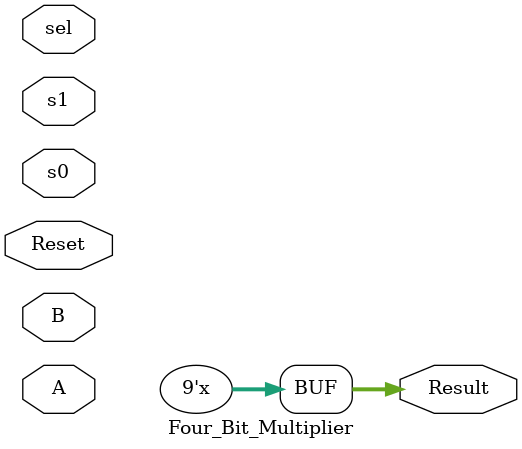
<source format=v>
module Four_Bit_Multiplier(A, B, s0, s1, Result, sel, Reset);

	output [8:0]Result;
	input [3:0]A,B;
	input [1:0]sel;
	input s0, s1, Reset;
	
	reg temp;
	reg [7:0]TResult;
	reg [8:0]Result;
	
	always @(*)
		begin
			if(Reset)
				begin
					TResult <= 8'b0;
					temp <= 1'b0;
				end
			else
				begin
					if(sel === 2'b01)
					   begin
					       temp <= s0^s1;
                           if(temp)
                              begin
                                 if(~s0 && s1)
                                     TResult <= A*(-B);
                                 else if(s0 && ~s1)
                                      TResult <= (-A)*B;
                              end
                            else if(~temp)
                                 TResult <= A*B;
					   end
					 
					 else
					   begin
					       TResult <= 8'b0;
                           temp <= 1'b0;
					   end
				end
			Result <= {temp, TResult};
		end
	
endmodule


</source>
